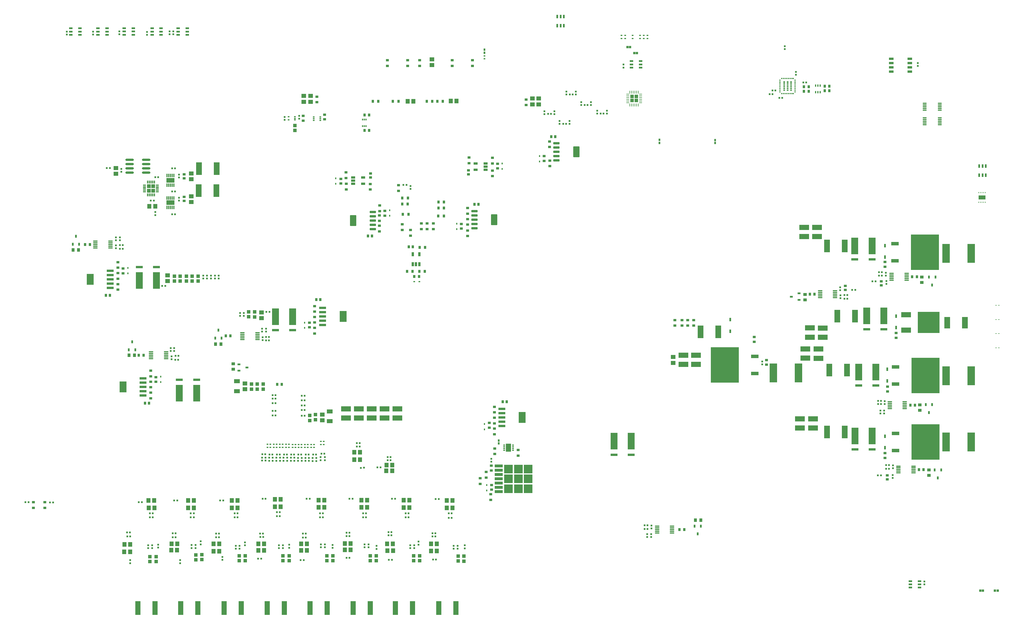
<source format=gbp>
G04*
G04 #@! TF.GenerationSoftware,Altium Limited,Altium Designer,20.0.13 (296)*
G04*
G04 Layer_Color=128*
%FSLAX25Y25*%
%MOIN*%
G70*
G01*
G75*
%ADD35R,0.03150X0.03740*%
%ADD37R,0.03937X0.04134*%
%ADD43R,0.02441X0.02598*%
%ADD51R,0.02165X0.01772*%
%ADD53R,0.02362X0.01378*%
%ADD59R,0.02323X0.02441*%
%ADD74R,0.02441X0.02323*%
%ADD75R,0.02165X0.02362*%
%ADD76R,0.02362X0.02165*%
%ADD81R,0.03543X0.02756*%
%ADD85R,0.03740X0.03150*%
%ADD88R,0.03740X0.02362*%
%ADD89R,0.02953X0.03543*%
%ADD98R,0.05512X0.04528*%
%ADD101R,0.03543X0.02953*%
%ADD105R,0.03937X0.03543*%
%ADD107R,0.00100X0.00100*%
%ADD108R,0.06000X0.16000*%
%ADD109R,0.02756X0.03543*%
%ADD113R,0.04528X0.05512*%
%ADD115R,0.03543X0.03937*%
%ADD116R,0.02362X0.03740*%
%ADD204R,0.08268X0.19488*%
%ADD205R,0.08268X0.03150*%
%ADD206O,0.05315X0.01181*%
%ADD207R,0.02362X0.01575*%
%ADD208R,0.32677X0.41732*%
%ADD209R,0.08661X0.04134*%
%ADD210R,0.11811X0.06496*%
%ADD211R,0.09055X0.22047*%
%ADD212R,0.02365X0.04375*%
%ADD213R,0.08465X0.04961*%
%ADD214R,0.00984X0.01575*%
%ADD215R,0.01417X0.00984*%
%ADD216R,0.09252X0.03543*%
%ADD219O,0.03740X0.00984*%
%ADD220O,0.00984X0.03740*%
%ADD222R,0.01181X0.01772*%
%ADD223R,0.01772X0.01181*%
%ADD224R,0.02559X0.02953*%
%ADD225R,0.05709X0.02559*%
%ADD226R,0.06890X0.14567*%
%ADD227R,0.03937X0.01968*%
G04:AMPARAMS|DCode=228|XSize=11.81mil|YSize=53.15mil|CornerRadius=1.95mil|HoleSize=0mil|Usage=FLASHONLY|Rotation=270.000|XOffset=0mil|YOffset=0mil|HoleType=Round|Shape=RoundedRectangle|*
%AMROUNDEDRECTD228*
21,1,0.01181,0.04925,0,0,270.0*
21,1,0.00791,0.05315,0,0,270.0*
1,1,0.00390,-0.02463,-0.00396*
1,1,0.00390,-0.02463,0.00396*
1,1,0.00390,0.02463,0.00396*
1,1,0.00390,0.02463,-0.00396*
%
%ADD228ROUNDEDRECTD228*%
%ADD229R,0.01968X0.03937*%
%ADD230R,0.01378X0.02362*%
G04:AMPARAMS|DCode=231|XSize=25.59mil|YSize=47.24mil|CornerRadius=1.92mil|HoleSize=0mil|Usage=FLASHONLY|Rotation=270.000|XOffset=0mil|YOffset=0mil|HoleType=Round|Shape=RoundedRectangle|*
%AMROUNDEDRECTD231*
21,1,0.02559,0.04341,0,0,270.0*
21,1,0.02175,0.04724,0,0,270.0*
1,1,0.00384,-0.02170,-0.01088*
1,1,0.00384,-0.02170,0.01088*
1,1,0.00384,0.02170,0.01088*
1,1,0.00384,0.02170,-0.01088*
%
%ADD231ROUNDEDRECTD231*%
G04:AMPARAMS|DCode=232|XSize=124.02mil|YSize=70.87mil|CornerRadius=2.13mil|HoleSize=0mil|Usage=FLASHONLY|Rotation=90.000|XOffset=0mil|YOffset=0mil|HoleType=Round|Shape=RoundedRectangle|*
%AMROUNDEDRECTD232*
21,1,0.12402,0.06661,0,0,90.0*
21,1,0.11976,0.07087,0,0,90.0*
1,1,0.00425,0.03331,0.05988*
1,1,0.00425,0.03331,-0.05988*
1,1,0.00425,-0.03331,-0.05988*
1,1,0.00425,-0.03331,0.05988*
%
%ADD232ROUNDEDRECTD232*%
G04:AMPARAMS|DCode=233|XSize=23.62mil|YSize=70.87mil|CornerRadius=2.01mil|HoleSize=0mil|Usage=FLASHONLY|Rotation=90.000|XOffset=0mil|YOffset=0mil|HoleType=Round|Shape=RoundedRectangle|*
%AMROUNDEDRECTD233*
21,1,0.02362,0.06685,0,0,90.0*
21,1,0.01961,0.07087,0,0,90.0*
1,1,0.00402,0.03343,0.00980*
1,1,0.00402,0.03343,-0.00980*
1,1,0.00402,-0.03343,-0.00980*
1,1,0.00402,-0.03343,0.00980*
%
%ADD233ROUNDEDRECTD233*%
%ADD234R,0.01575X0.02165*%
G04:AMPARAMS|DCode=235|XSize=23.62mil|YSize=82.68mil|CornerRadius=2.01mil|HoleSize=0mil|Usage=FLASHONLY|Rotation=90.000|XOffset=0mil|YOffset=0mil|HoleType=Round|Shape=RoundedRectangle|*
%AMROUNDEDRECTD235*
21,1,0.02362,0.07866,0,0,90.0*
21,1,0.01961,0.08268,0,0,90.0*
1,1,0.00402,0.03933,0.00980*
1,1,0.00402,0.03933,-0.00980*
1,1,0.00402,-0.03933,-0.00980*
1,1,0.00402,-0.03933,0.00980*
%
%ADD235ROUNDEDRECTD235*%
G04:AMPARAMS|DCode=236|XSize=125.98mil|YSize=82.68mil|CornerRadius=2.07mil|HoleSize=0mil|Usage=FLASHONLY|Rotation=90.000|XOffset=0mil|YOffset=0mil|HoleType=Round|Shape=RoundedRectangle|*
%AMROUNDEDRECTD236*
21,1,0.12598,0.07854,0,0,90.0*
21,1,0.12185,0.08268,0,0,90.0*
1,1,0.00413,0.03927,0.06093*
1,1,0.00413,0.03927,-0.06093*
1,1,0.00413,-0.03927,-0.06093*
1,1,0.00413,-0.03927,0.06093*
%
%ADD236ROUNDEDRECTD236*%
%ADD237R,0.06378X0.09370*%
%ADD238R,0.02165X0.01378*%
%ADD239R,0.03937X0.04331*%
%ADD240R,0.02165X0.01575*%
%ADD241R,0.01772X0.02953*%
%ADD242O,0.09843X0.02756*%
%ADD243R,0.01181X0.03562*%
%ADD244R,0.03562X0.01181*%
%ADD246R,0.09370X0.05827*%
%ADD247R,0.01378X0.03937*%
%ADD248R,0.11417X0.05906*%
%ADD249R,0.25591X0.24803*%
%ADD250R,0.07008X0.13780*%
%ADD251R,0.08465X0.12598*%
%ADD252R,0.08465X0.02756*%
G04:AMPARAMS|DCode=253|XSize=25.59mil|YSize=47.24mil|CornerRadius=1.92mil|HoleSize=0mil|Usage=FLASHONLY|Rotation=0.000|XOffset=0mil|YOffset=0mil|HoleType=Round|Shape=RoundedRectangle|*
%AMROUNDEDRECTD253*
21,1,0.02559,0.04341,0,0,0.0*
21,1,0.02175,0.04724,0,0,0.0*
1,1,0.00384,0.01088,-0.02170*
1,1,0.00384,-0.01088,-0.02170*
1,1,0.00384,-0.01088,0.02170*
1,1,0.00384,0.01088,0.02170*
%
%ADD253ROUNDEDRECTD253*%
%ADD254R,0.06890X0.04528*%
%ADD259R,0.10354X0.10354*%
%ADD260R,0.04252X0.04252*%
%ADD261R,0.02362X0.01181*%
G36*
X159234Y598205D02*
Y593874D01*
X154903D01*
Y598205D01*
X159234D01*
D02*
G37*
G36*
Y603323D02*
Y598992D01*
X154903D01*
Y603323D01*
X159234D01*
D02*
G37*
G36*
X164352Y598205D02*
Y593874D01*
X160022D01*
Y598205D01*
X164352D01*
D02*
G37*
G36*
Y603323D02*
Y598992D01*
X160022D01*
Y603323D01*
X164352D01*
D02*
G37*
D35*
X495323Y575761D02*
D03*
X501819Y575760D02*
D03*
X488106Y700382D02*
D03*
X481610D02*
D03*
X418508Y700410D02*
D03*
X425006D02*
D03*
X442012D02*
D03*
X448508D02*
D03*
X493985Y700382D02*
D03*
X500481D02*
D03*
X472903Y501861D02*
D03*
X479399D02*
D03*
X465096Y501839D02*
D03*
X458600D02*
D03*
X473186Y529816D02*
D03*
X479682D02*
D03*
X501559Y566480D02*
D03*
X495063Y566482D02*
D03*
X501819Y582704D02*
D03*
X495323D02*
D03*
X453050Y587356D02*
D03*
X459546D02*
D03*
X452881Y580368D02*
D03*
X459377D02*
D03*
X453738Y568463D02*
D03*
X460234D02*
D03*
D37*
X327677Y666327D02*
D03*
Y672233D02*
D03*
X214608Y496232D02*
D03*
Y490327D02*
D03*
X207718Y496232D02*
D03*
X207717Y490327D02*
D03*
X200825Y496232D02*
D03*
X200826Y490327D02*
D03*
X193722Y496232D02*
D03*
X193723Y490327D02*
D03*
X186832Y496232D02*
D03*
Y490327D02*
D03*
X273806Y448651D02*
D03*
X273807Y454556D02*
D03*
X280574Y448341D02*
D03*
X280572Y454247D02*
D03*
X276913Y370064D02*
D03*
X276913Y364159D02*
D03*
X290697Y370064D02*
D03*
X290693Y364159D02*
D03*
X283804Y370064D02*
D03*
X283803Y364159D02*
D03*
X345078Y327466D02*
D03*
X345075Y333370D02*
D03*
X351701Y328449D02*
D03*
X351699Y334354D02*
D03*
D43*
X549000Y760599D02*
D03*
Y757135D02*
D03*
X818321Y655219D02*
D03*
Y651755D02*
D03*
X753352Y655260D02*
D03*
Y651792D02*
D03*
X565772Y300607D02*
D03*
X565772Y304071D02*
D03*
D51*
X739361Y773900D02*
D03*
Y777443D02*
D03*
X735021Y773900D02*
D03*
Y777443D02*
D03*
X730709Y773900D02*
D03*
Y777443D02*
D03*
X722047Y773900D02*
D03*
Y777443D02*
D03*
X713462Y773900D02*
D03*
Y777443D02*
D03*
X709055Y773900D02*
D03*
Y777443D02*
D03*
X549000Y749968D02*
D03*
Y753512D02*
D03*
X361401Y302969D02*
D03*
Y299426D02*
D03*
X357840Y302969D02*
D03*
Y299426D02*
D03*
X349913Y299523D02*
D03*
Y295979D02*
D03*
X346527Y299523D02*
D03*
Y295979D02*
D03*
X320696Y299617D02*
D03*
X320696Y296074D02*
D03*
X317310Y299617D02*
D03*
X317310Y296074D02*
D03*
X310070Y299617D02*
D03*
Y296074D02*
D03*
X313456Y299617D02*
D03*
X313456Y296074D02*
D03*
X298975Y296105D02*
D03*
Y299649D02*
D03*
X295590Y296096D02*
D03*
Y299639D02*
D03*
X342672Y299523D02*
D03*
X342672Y295979D02*
D03*
X339286Y299523D02*
D03*
Y295979D02*
D03*
X335432Y299523D02*
D03*
X335432Y295979D02*
D03*
X332046Y299523D02*
D03*
X332046Y295979D02*
D03*
X324846Y299523D02*
D03*
X324846Y295979D02*
D03*
X328192Y299523D02*
D03*
X328192Y295979D02*
D03*
X306216Y299617D02*
D03*
X306216Y296074D02*
D03*
X302830Y299617D02*
D03*
X302830Y296074D02*
D03*
D53*
X357224Y682151D02*
D03*
Y680183D02*
D03*
Y678214D02*
D03*
X349744D02*
D03*
X349744Y680183D02*
D03*
Y682150D02*
D03*
D59*
X16537Y232017D02*
D03*
X12954Y232016D02*
D03*
X111598Y622409D02*
D03*
X108015D02*
D03*
X427663Y272844D02*
D03*
X424081Y272843D02*
D03*
X1005534Y490106D02*
D03*
X1001951D02*
D03*
X488828Y165114D02*
D03*
X492410D02*
D03*
X492076Y235578D02*
D03*
X495659D02*
D03*
X437464Y164788D02*
D03*
X441047D02*
D03*
X440910Y236161D02*
D03*
X444493D02*
D03*
X387900Y166998D02*
D03*
X391482D02*
D03*
X391388Y236161D02*
D03*
X394970D02*
D03*
X334449Y164523D02*
D03*
X338032D02*
D03*
X341346Y236161D02*
D03*
X344928D02*
D03*
X284640Y166034D02*
D03*
X288223D02*
D03*
X289833Y236161D02*
D03*
X293415D02*
D03*
X240430Y234059D02*
D03*
X244013D02*
D03*
X186680D02*
D03*
X190263D02*
D03*
X1008359Y263390D02*
D03*
X1011942Y263391D02*
D03*
X981941Y480059D02*
D03*
X978358Y480058D02*
D03*
X45181Y231729D02*
D03*
X41597D02*
D03*
X148842Y232061D02*
D03*
X145259Y232063D02*
D03*
X294465Y454515D02*
D03*
X298048D02*
D03*
X176318Y484617D02*
D03*
X172736D02*
D03*
X408224Y272240D02*
D03*
X404641Y272239D02*
D03*
X454436Y602578D02*
D03*
X458018D02*
D03*
D74*
X164492Y571007D02*
D03*
Y567424D02*
D03*
X525871Y181637D02*
D03*
Y178055D02*
D03*
X471854Y185947D02*
D03*
X471854Y182364D02*
D03*
X371804Y182181D02*
D03*
Y178599D02*
D03*
X423110Y181058D02*
D03*
X423112Y177475D02*
D03*
X320984Y182297D02*
D03*
X320984Y178714D02*
D03*
X269197Y185176D02*
D03*
X269197Y181593D02*
D03*
X217730Y182889D02*
D03*
X217728Y186472D02*
D03*
X167976Y182568D02*
D03*
X167975Y178985D02*
D03*
X242884Y164609D02*
D03*
Y168192D02*
D03*
X193630Y160898D02*
D03*
Y164480D02*
D03*
X135165D02*
D03*
Y160898D02*
D03*
X362665Y281134D02*
D03*
X362666Y284717D02*
D03*
X357531D02*
D03*
Y281134D02*
D03*
X348399Y283815D02*
D03*
Y280232D02*
D03*
X352571D02*
D03*
X352573Y283815D02*
D03*
X339850Y283837D02*
D03*
Y280254D02*
D03*
X331417Y283856D02*
D03*
X331417Y280273D02*
D03*
X322853Y283919D02*
D03*
X322853Y280336D02*
D03*
X314456Y283919D02*
D03*
Y280336D02*
D03*
X318631Y280336D02*
D03*
Y283919D02*
D03*
X306025Y284003D02*
D03*
Y280420D02*
D03*
X310199Y280420D02*
D03*
X310199Y284003D02*
D03*
X297614Y283958D02*
D03*
X297614Y280376D02*
D03*
X293369Y284207D02*
D03*
Y280624D02*
D03*
X289194Y280624D02*
D03*
Y284207D02*
D03*
X301789Y283958D02*
D03*
X301789Y280375D02*
D03*
X344024Y280254D02*
D03*
X344024Y283837D02*
D03*
X335591Y280273D02*
D03*
Y283855D02*
D03*
X327027Y280336D02*
D03*
X327027Y283919D02*
D03*
D75*
X655823Y711740D02*
D03*
Y708394D02*
D03*
X644563Y711740D02*
D03*
Y708394D02*
D03*
X673465Y699468D02*
D03*
Y696121D02*
D03*
X661891Y699495D02*
D03*
Y696148D02*
D03*
X680685Y689539D02*
D03*
Y686193D02*
D03*
X691896Y689539D02*
D03*
Y686193D02*
D03*
X619106Y688898D02*
D03*
Y685552D02*
D03*
X630680Y688898D02*
D03*
Y685552D02*
D03*
X636668Y677358D02*
D03*
Y674012D02*
D03*
X648243Y677358D02*
D03*
Y674012D02*
D03*
X61386Y781718D02*
D03*
Y778371D02*
D03*
X556876Y282724D02*
D03*
Y279378D02*
D03*
X517583Y177681D02*
D03*
Y181028D02*
D03*
X512972Y177681D02*
D03*
Y181028D02*
D03*
X466917Y178399D02*
D03*
X466917Y181746D02*
D03*
X462388Y178413D02*
D03*
X462390Y181759D02*
D03*
X408878Y179303D02*
D03*
X408878Y182650D02*
D03*
X413619Y179303D02*
D03*
Y182650D02*
D03*
X357890Y179351D02*
D03*
X357890Y182698D02*
D03*
X362631Y179321D02*
D03*
X362630Y182668D02*
D03*
X313687Y178547D02*
D03*
X313689Y181894D02*
D03*
X309025Y178547D02*
D03*
X309024Y181894D02*
D03*
X258583Y177685D02*
D03*
Y181032D02*
D03*
X263110Y177685D02*
D03*
Y181032D02*
D03*
X160929Y181878D02*
D03*
X160927Y178532D02*
D03*
X156185Y181878D02*
D03*
X156186Y178532D02*
D03*
X1062673Y139279D02*
D03*
Y135934D02*
D03*
X739064Y191419D02*
D03*
Y194765D02*
D03*
X743593Y191403D02*
D03*
Y194749D02*
D03*
X744105Y204656D02*
D03*
Y201310D02*
D03*
X206952Y178567D02*
D03*
X206953Y181913D02*
D03*
X211544Y178567D02*
D03*
X211543Y181913D02*
D03*
X912753Y731415D02*
D03*
Y734761D02*
D03*
X1055156Y744923D02*
D03*
Y741577D02*
D03*
X711213Y739894D02*
D03*
Y743240D02*
D03*
X899677Y764636D02*
D03*
X899678Y761289D02*
D03*
X125038Y621389D02*
D03*
Y618042D02*
D03*
X192161Y614760D02*
D03*
Y611413D02*
D03*
Y587666D02*
D03*
Y584320D02*
D03*
X462527Y601401D02*
D03*
Y598054D02*
D03*
X1011182Y335637D02*
D03*
Y338983D02*
D03*
X1015809Y335637D02*
D03*
Y338983D02*
D03*
X1016270Y350157D02*
D03*
Y346811D02*
D03*
X964165Y483032D02*
D03*
X964163Y479684D02*
D03*
X964754Y470276D02*
D03*
Y473622D02*
D03*
X1018228Y487195D02*
D03*
Y490541D02*
D03*
X1017589Y500118D02*
D03*
Y496772D02*
D03*
X1025767Y260549D02*
D03*
Y263896D02*
D03*
X1025931Y274923D02*
D03*
Y271577D02*
D03*
X332519Y683394D02*
D03*
Y680048D02*
D03*
X873474Y396289D02*
D03*
Y392943D02*
D03*
X315571Y682028D02*
D03*
Y678682D02*
D03*
X238785Y496588D02*
D03*
X238785Y493241D02*
D03*
X234178Y496588D02*
D03*
Y493241D02*
D03*
X229650Y496588D02*
D03*
Y493241D02*
D03*
X225121Y496588D02*
D03*
Y493241D02*
D03*
X220593Y496588D02*
D03*
Y493241D02*
D03*
X118659Y538169D02*
D03*
Y541516D02*
D03*
X123188Y538111D02*
D03*
Y541457D02*
D03*
X118659Y531990D02*
D03*
Y528644D02*
D03*
X263730Y449653D02*
D03*
X263729Y452999D02*
D03*
X267936Y449586D02*
D03*
Y452932D02*
D03*
X293953Y434667D02*
D03*
Y431321D02*
D03*
X290010Y424688D02*
D03*
Y421342D02*
D03*
X289424Y431321D02*
D03*
Y434667D02*
D03*
X183608Y402470D02*
D03*
Y399123D02*
D03*
X182520Y408601D02*
D03*
Y411947D02*
D03*
X186510Y408591D02*
D03*
Y411937D02*
D03*
X181238Y778693D02*
D03*
Y782039D02*
D03*
X185768Y778653D02*
D03*
Y782000D02*
D03*
X155036Y778004D02*
D03*
Y781350D02*
D03*
X122673Y778693D02*
D03*
Y782039D02*
D03*
X92107Y778323D02*
D03*
Y781669D02*
D03*
D76*
X644249Y674012D02*
D03*
X640903D02*
D03*
X626512Y685581D02*
D03*
X623165D02*
D03*
X651870Y708393D02*
D03*
X648524D02*
D03*
X669379Y696148D02*
D03*
X666032D02*
D03*
X687953Y686193D02*
D03*
X684607D02*
D03*
X126633Y528016D02*
D03*
Y532545D02*
D03*
X297428Y421057D02*
D03*
X297455Y425142D02*
D03*
X403181Y297228D02*
D03*
X399834D02*
D03*
X403254Y300995D02*
D03*
X399908D02*
D03*
X736096Y200681D02*
D03*
X735928Y205210D02*
D03*
X361876Y288603D02*
D03*
X358530D02*
D03*
X352240Y287575D02*
D03*
X348893D02*
D03*
X343591Y287600D02*
D03*
X340245Y287600D02*
D03*
X335138Y287616D02*
D03*
X331792D02*
D03*
X326707Y287680D02*
D03*
X323361Y287680D02*
D03*
X318299Y287680D02*
D03*
X314952D02*
D03*
X309863Y287764D02*
D03*
X306517D02*
D03*
X301396Y287719D02*
D03*
X298049Y287719D02*
D03*
X289790Y287968D02*
D03*
X293136Y287968D02*
D03*
X510693Y219028D02*
D03*
X507346D02*
D03*
X488328Y195771D02*
D03*
X491674D02*
D03*
X510693Y213898D02*
D03*
X507346D02*
D03*
X488279Y191957D02*
D03*
X491625D02*
D03*
X436998Y197205D02*
D03*
X440345Y197204D02*
D03*
X460272Y218976D02*
D03*
X456925D02*
D03*
X460272Y214370D02*
D03*
X456925D02*
D03*
X436960Y193252D02*
D03*
X440306Y193251D02*
D03*
X388064Y196351D02*
D03*
X391410D02*
D03*
X410630Y219098D02*
D03*
X407283D02*
D03*
X387971Y192472D02*
D03*
X391318Y192471D02*
D03*
X410630Y214398D02*
D03*
X407283D02*
D03*
X360319Y219098D02*
D03*
X356972D02*
D03*
X337024Y195339D02*
D03*
X340370D02*
D03*
X360319Y214571D02*
D03*
X356972D02*
D03*
X337024Y190681D02*
D03*
X340370D02*
D03*
X310000Y220272D02*
D03*
X306653D02*
D03*
X287171Y191485D02*
D03*
X290517D02*
D03*
X287079Y195551D02*
D03*
X290425D02*
D03*
X310000Y215634D02*
D03*
X306653D02*
D03*
X235689Y191012D02*
D03*
X239035D02*
D03*
X235689Y195551D02*
D03*
X239035D02*
D03*
X260575Y214535D02*
D03*
X257228D02*
D03*
X260575Y219063D02*
D03*
X257228D02*
D03*
X131795Y196661D02*
D03*
X135142D02*
D03*
X131843Y192133D02*
D03*
X135189D02*
D03*
X161681Y219063D02*
D03*
X158335D02*
D03*
X161681Y214535D02*
D03*
X158335D02*
D03*
X439347Y284634D02*
D03*
X436000D02*
D03*
X439237Y280972D02*
D03*
X435890D02*
D03*
X739443Y200681D02*
D03*
X739274Y205210D02*
D03*
X185022Y191055D02*
D03*
X188369D02*
D03*
X209503Y214535D02*
D03*
X206157D02*
D03*
X209503Y219063D02*
D03*
X206157D02*
D03*
X185022Y195583D02*
D03*
X188369D02*
D03*
X921353Y722504D02*
D03*
X924699D02*
D03*
X885192Y713112D02*
D03*
X888539D02*
D03*
X885443Y708583D02*
D03*
X882097Y708583D02*
D03*
X893266Y704437D02*
D03*
X896613Y704438D02*
D03*
X184322Y594941D02*
D03*
X187668D02*
D03*
X184291Y568356D02*
D03*
X187637Y568358D02*
D03*
X184322Y622194D02*
D03*
X187668Y622193D02*
D03*
X969344Y469622D02*
D03*
X972691D02*
D03*
X1013110Y500581D02*
D03*
X1009764D02*
D03*
X1021304Y275529D02*
D03*
X1017957D02*
D03*
X969344Y474150D02*
D03*
X972691D02*
D03*
X1013110Y496585D02*
D03*
X1009764D02*
D03*
X1021304Y271000D02*
D03*
X1017957D02*
D03*
X294082Y421057D02*
D03*
X294109Y425142D02*
D03*
X123286Y528016D02*
D03*
Y532545D02*
D03*
X191472Y398449D02*
D03*
X188125D02*
D03*
X191512Y402983D02*
D03*
X188165D02*
D03*
X1008604Y350546D02*
D03*
X1011950D02*
D03*
X1008593Y346624D02*
D03*
X1011940D02*
D03*
X164521Y611655D02*
D03*
X167866D02*
D03*
X162831Y584347D02*
D03*
X159485D02*
D03*
X301787Y357038D02*
D03*
X305134Y357039D02*
D03*
X301548Y333293D02*
D03*
X304894Y333293D02*
D03*
X301579Y338606D02*
D03*
X304926Y338606D02*
D03*
X301711Y347614D02*
D03*
X305057Y347612D02*
D03*
X301787Y353131D02*
D03*
X305134Y353133D02*
D03*
X339102Y350994D02*
D03*
X335756Y350996D02*
D03*
X339102Y356345D02*
D03*
X335756Y356347D02*
D03*
X339024Y333034D02*
D03*
X335678Y333035D02*
D03*
X339055Y339776D02*
D03*
X335709Y339776D02*
D03*
X339055Y345043D02*
D03*
X335710Y345043D02*
D03*
D81*
X564235Y621909D02*
D03*
Y627421D02*
D03*
X127119Y505026D02*
D03*
Y499514D02*
D03*
X381306Y604268D02*
D03*
Y609780D02*
D03*
X1029624Y424193D02*
D03*
Y429703D02*
D03*
X362278Y684838D02*
D03*
X362279Y679325D02*
D03*
X556938Y269239D02*
D03*
Y274751D02*
D03*
X557230Y246693D02*
D03*
Y252205D02*
D03*
X618715Y636271D02*
D03*
Y630759D02*
D03*
X863997Y424912D02*
D03*
X863997Y419400D02*
D03*
X1016732Y507087D02*
D03*
Y512598D02*
D03*
X1019685Y361417D02*
D03*
X1019685Y366929D02*
D03*
X1016658Y283886D02*
D03*
X1016658Y289397D02*
D03*
X165445Y372676D02*
D03*
Y378188D02*
D03*
X554622Y324586D02*
D03*
Y319074D02*
D03*
X344590Y441867D02*
D03*
X344589Y436355D02*
D03*
X521887Y557172D02*
D03*
Y551660D02*
D03*
X878415Y398179D02*
D03*
Y392667D02*
D03*
X337241Y677801D02*
D03*
Y683313D02*
D03*
X432670Y566813D02*
D03*
Y572324D02*
D03*
D85*
X625079Y653461D02*
D03*
X625079Y646963D02*
D03*
X597723Y702437D02*
D03*
Y695941D02*
D03*
X353221Y705762D02*
D03*
Y699266D02*
D03*
X35695Y231976D02*
D03*
Y225480D02*
D03*
X22439Y231976D02*
D03*
Y225482D02*
D03*
X459221Y741760D02*
D03*
Y748256D02*
D03*
X771459Y444754D02*
D03*
Y438258D02*
D03*
X448812Y602241D02*
D03*
Y595744D02*
D03*
X561131Y288248D02*
D03*
X561132Y294743D02*
D03*
X550835Y260893D02*
D03*
Y267389D02*
D03*
X543944Y259973D02*
D03*
Y253477D02*
D03*
X556189Y234815D02*
D03*
Y241311D02*
D03*
X159373Y360017D02*
D03*
Y353521D02*
D03*
X120999Y486847D02*
D03*
Y480350D02*
D03*
X588370Y292956D02*
D03*
Y286461D02*
D03*
X625278Y631206D02*
D03*
X625280Y624709D02*
D03*
X534850Y748256D02*
D03*
Y741760D02*
D03*
X435598Y748256D02*
D03*
Y741760D02*
D03*
X793373Y444752D02*
D03*
Y438256D02*
D03*
X786482Y444752D02*
D03*
Y438256D02*
D03*
X473390Y748256D02*
D03*
Y741760D02*
D03*
X779591Y444752D02*
D03*
Y438256D02*
D03*
X511193Y748257D02*
D03*
X511194Y741760D02*
D03*
X426290Y554927D02*
D03*
Y548431D02*
D03*
X529436Y569120D02*
D03*
Y575616D02*
D03*
X350693Y441938D02*
D03*
Y448434D02*
D03*
X120999Y499644D02*
D03*
Y493148D02*
D03*
X159248Y372814D02*
D03*
Y366318D02*
D03*
X560521Y324213D02*
D03*
Y330709D02*
D03*
X159313Y379114D02*
D03*
Y385610D02*
D03*
X560521Y337009D02*
D03*
X560520Y343505D02*
D03*
X560521Y317913D02*
D03*
X560520Y311417D02*
D03*
X558405Y634244D02*
D03*
Y627750D02*
D03*
X558405Y619522D02*
D03*
Y613026D02*
D03*
X387587Y604016D02*
D03*
Y597520D02*
D03*
X387410Y610827D02*
D03*
Y617323D02*
D03*
X350809Y454735D02*
D03*
Y461231D02*
D03*
X350693Y435638D02*
D03*
Y429142D02*
D03*
X426415Y567134D02*
D03*
Y560638D02*
D03*
X529388Y556323D02*
D03*
Y562819D02*
D03*
X426524Y572132D02*
D03*
Y578626D02*
D03*
X529437Y549557D02*
D03*
Y543061D02*
D03*
X120999Y505944D02*
D03*
Y512440D02*
D03*
X531008Y634721D02*
D03*
X531008Y628225D02*
D03*
X415544Y603779D02*
D03*
Y597283D02*
D03*
X453053Y550123D02*
D03*
X453051Y556619D02*
D03*
X489248Y551090D02*
D03*
Y557587D02*
D03*
X482125Y551090D02*
D03*
Y557587D02*
D03*
X462590Y543472D02*
D03*
X462590Y549968D02*
D03*
X475234Y551099D02*
D03*
Y557595D02*
D03*
D88*
X907196Y472177D02*
D03*
X916448Y468437D02*
D03*
Y475918D02*
D03*
X271568Y389377D02*
D03*
X262315Y393117D02*
D03*
X262316Y385637D02*
D03*
D89*
X575044Y349361D02*
D03*
X570320D02*
D03*
X106880Y473906D02*
D03*
X111605D02*
D03*
X352688Y468631D02*
D03*
X357412Y468629D02*
D03*
X157442Y347893D02*
D03*
X152717D02*
D03*
X627075Y659142D02*
D03*
X631799D02*
D03*
X417745Y542996D02*
D03*
X413021D02*
D03*
X537410Y580005D02*
D03*
X542134D02*
D03*
X460500Y530407D02*
D03*
X465226D02*
D03*
D98*
X604911Y703594D02*
D03*
Y696902D02*
D03*
X612453Y703594D02*
D03*
Y696902D02*
D03*
X345972Y706575D02*
D03*
Y699882D02*
D03*
X337993Y706575D02*
D03*
Y699882D02*
D03*
X487563Y742838D02*
D03*
Y749532D02*
D03*
X769412Y394901D02*
D03*
X769413Y401594D02*
D03*
X118646Y615717D02*
D03*
X118645Y622409D02*
D03*
X206729Y609276D02*
D03*
Y615967D02*
D03*
X206728Y582835D02*
D03*
X206729Y589528D02*
D03*
X179155Y497031D02*
D03*
X179154Y490338D02*
D03*
X288630Y447181D02*
D03*
X288629Y453873D02*
D03*
X269211Y370742D02*
D03*
X269213Y364049D02*
D03*
X359591Y327803D02*
D03*
Y334496D02*
D03*
D101*
X198461Y610347D02*
D03*
Y615071D02*
D03*
Y583914D02*
D03*
Y588639D02*
D03*
X970358Y484842D02*
D03*
X970360Y480122D02*
D03*
X1012390Y485425D02*
D03*
Y490146D02*
D03*
X1019362Y258760D02*
D03*
Y263484D02*
D03*
X530244Y615116D02*
D03*
Y619840D02*
D03*
X416132Y616083D02*
D03*
Y611358D02*
D03*
D105*
X923240Y468516D02*
D03*
Y474815D02*
D03*
X1067982Y263281D02*
D03*
X1067983Y269580D02*
D03*
X1059614Y488787D02*
D03*
X1059614Y495086D02*
D03*
X1057309Y345853D02*
D03*
Y339554D02*
D03*
X255524Y393687D02*
D03*
Y387387D02*
D03*
D107*
X159628Y598598D02*
D03*
D108*
X495652Y108268D02*
D03*
X515652D02*
D03*
X445034D02*
D03*
X465034D02*
D03*
X395564D02*
D03*
X415564D02*
D03*
X345178D02*
D03*
X365178D02*
D03*
X295166D02*
D03*
X315166D02*
D03*
X245134D02*
D03*
X265135D02*
D03*
X194193D02*
D03*
X214193D02*
D03*
X144363D02*
D03*
X164363D02*
D03*
D109*
X246878Y426530D02*
D03*
X252390D02*
D03*
X928949Y475051D02*
D03*
X934460D02*
D03*
X946290Y717984D02*
D03*
X951801Y717984D02*
D03*
X472628Y495645D02*
D03*
X467116D02*
D03*
X776777Y200130D02*
D03*
X782289D02*
D03*
X946290Y712668D02*
D03*
X951801Y712668D02*
D03*
X922035Y717570D02*
D03*
X927547D02*
D03*
X927547Y712058D02*
D03*
X922035D02*
D03*
X1051674Y345397D02*
D03*
X1046162D02*
D03*
X1053905Y495422D02*
D03*
X1048393D02*
D03*
X1061760Y270163D02*
D03*
X1056248D02*
D03*
X408866Y666410D02*
D03*
X414378D02*
D03*
X408866Y684383D02*
D03*
X414378Y684382D02*
D03*
X306826Y369886D02*
D03*
X312338D02*
D03*
X82797Y533067D02*
D03*
X88309D02*
D03*
X145355Y403784D02*
D03*
X150867D02*
D03*
D113*
X434488Y268878D02*
D03*
X441181D02*
D03*
X434604Y275354D02*
D03*
X441297D02*
D03*
X403559Y281840D02*
D03*
X396866D02*
D03*
X403559Y290518D02*
D03*
X396866D02*
D03*
X511661Y233988D02*
D03*
X504968D02*
D03*
X511661Y225524D02*
D03*
X504968D02*
D03*
X486657Y183417D02*
D03*
X493350D02*
D03*
X486657Y174937D02*
D03*
X493350D02*
D03*
X461390Y225850D02*
D03*
X454697D02*
D03*
X435280Y183429D02*
D03*
X441972D02*
D03*
X435502Y175386D02*
D03*
X442195Y175385D02*
D03*
X461390Y234315D02*
D03*
X454697D02*
D03*
X385961Y176347D02*
D03*
X392653Y176347D02*
D03*
X412028Y225972D02*
D03*
X405335D02*
D03*
X412028Y234437D02*
D03*
X405335D02*
D03*
X385961Y183736D02*
D03*
X392653D02*
D03*
X334972Y175776D02*
D03*
X341665D02*
D03*
X361858Y234437D02*
D03*
X355165D02*
D03*
X334980Y183492D02*
D03*
X341673D02*
D03*
X362075Y225972D02*
D03*
X355382D02*
D03*
X311074Y226827D02*
D03*
X304381D02*
D03*
X311074Y235295D02*
D03*
X304381D02*
D03*
X285130Y183496D02*
D03*
X291823D02*
D03*
X285130Y175779D02*
D03*
X291823Y175778D02*
D03*
X232720Y183346D02*
D03*
X239413D02*
D03*
X260547Y234028D02*
D03*
X253854D02*
D03*
X232720Y174882D02*
D03*
X239413D02*
D03*
X260673Y225563D02*
D03*
X253980D02*
D03*
X128472Y174134D02*
D03*
X135165D02*
D03*
X128557Y182602D02*
D03*
X135249Y182601D02*
D03*
X163610Y225563D02*
D03*
X156917D02*
D03*
X163488Y234028D02*
D03*
X156795D02*
D03*
X209646D02*
D03*
X202953D02*
D03*
X183543Y183346D02*
D03*
X190236D02*
D03*
X209646Y225563D02*
D03*
X202953D02*
D03*
X183330Y175932D02*
D03*
X190023D02*
D03*
X466110Y700410D02*
D03*
X459417D02*
D03*
X516232Y700622D02*
D03*
X509540D02*
D03*
X157800Y577630D02*
D03*
X164492D02*
D03*
D115*
X795387Y210964D02*
D03*
X801687D02*
D03*
X68673Y526589D02*
D03*
X74974D02*
D03*
X235142Y416890D02*
D03*
X241441D02*
D03*
X133878Y403666D02*
D03*
X140177D02*
D03*
D116*
X1071817Y485819D02*
D03*
X1075547Y495071D02*
D03*
X1068077D02*
D03*
X794217Y204159D02*
D03*
X801697D02*
D03*
X797957Y194907D02*
D03*
X1074728Y269682D02*
D03*
X1082210Y269681D02*
D03*
X1078470Y260430D02*
D03*
X1068002Y336684D02*
D03*
X1071742Y345936D02*
D03*
X1064262D02*
D03*
X72067Y542633D02*
D03*
X68328Y533381D02*
D03*
X75808D02*
D03*
X238289Y432935D02*
D03*
X234549Y423683D02*
D03*
X242029D02*
D03*
X137520Y419253D02*
D03*
X133779Y410001D02*
D03*
X141260D02*
D03*
D204*
X720399Y303242D02*
D03*
X700266D02*
D03*
X145963Y491121D02*
D03*
X166096D02*
D03*
X1006045Y384191D02*
D03*
X985911D02*
D03*
X212830Y359327D02*
D03*
X192696D02*
D03*
X304865Y448774D02*
D03*
X324999D02*
D03*
X981388Y531419D02*
D03*
X1001522D02*
D03*
X981638Y309514D02*
D03*
X1001772D02*
D03*
X995300Y449850D02*
D03*
X1015434D02*
D03*
D205*
X700266Y287494D02*
D03*
X720399D02*
D03*
X166096Y506869D02*
D03*
X145963D02*
D03*
X985911Y368443D02*
D03*
X1006045D02*
D03*
X192696Y375075D02*
D03*
X212830D02*
D03*
X324999Y433026D02*
D03*
X304865D02*
D03*
X1001522Y515671D02*
D03*
X981388D02*
D03*
X1001772Y293766D02*
D03*
X981638D02*
D03*
X1015434Y434102D02*
D03*
X995300D02*
D03*
D206*
X1063059Y673033D02*
D03*
Y675001D02*
D03*
Y676970D02*
D03*
Y678938D02*
D03*
Y680907D02*
D03*
X1080579Y673033D02*
D03*
Y675001D02*
D03*
Y676970D02*
D03*
Y678938D02*
D03*
Y680907D02*
D03*
X1063059Y690177D02*
D03*
Y692146D02*
D03*
Y694114D02*
D03*
Y696083D02*
D03*
Y698051D02*
D03*
X1080579Y690177D02*
D03*
Y692146D02*
D03*
Y694114D02*
D03*
Y696083D02*
D03*
Y698051D02*
D03*
D207*
X320395Y682538D02*
D03*
Y678601D02*
D03*
X327677D02*
D03*
X327678Y680569D02*
D03*
Y682538D02*
D03*
D208*
X1063933Y380170D02*
D03*
X829558Y392570D02*
D03*
X1063274Y524018D02*
D03*
X1063933Y302476D02*
D03*
D209*
X1028894Y390170D02*
D03*
Y370170D02*
D03*
X864597Y382570D02*
D03*
Y402570D02*
D03*
X1028234Y534018D02*
D03*
Y514018D02*
D03*
X1028894Y312476D02*
D03*
Y292476D02*
D03*
D210*
X922408Y553221D02*
D03*
Y542394D02*
D03*
X923736Y411102D02*
D03*
Y400276D02*
D03*
X917439Y329449D02*
D03*
Y318622D02*
D03*
X781252Y392996D02*
D03*
Y403823D02*
D03*
X417361Y330365D02*
D03*
Y341192D02*
D03*
X447316Y330365D02*
D03*
Y341192D02*
D03*
X937467Y553177D02*
D03*
Y542350D02*
D03*
X938854Y411008D02*
D03*
Y400181D02*
D03*
X932556Y329449D02*
D03*
Y318622D02*
D03*
X387406Y330365D02*
D03*
Y341192D02*
D03*
X402384Y330365D02*
D03*
Y341192D02*
D03*
X796122Y392996D02*
D03*
Y403823D02*
D03*
X432339Y330365D02*
D03*
Y341192D02*
D03*
X928855Y435644D02*
D03*
Y424818D02*
D03*
X943950Y435527D02*
D03*
Y424700D02*
D03*
D211*
X915601Y383131D02*
D03*
X886467D02*
D03*
X1088130Y302330D02*
D03*
X1117264D02*
D03*
X1088130Y522803D02*
D03*
X1117264D02*
D03*
Y379780D02*
D03*
X1088130D02*
D03*
D212*
X1016658Y309234D02*
D03*
Y295651D02*
D03*
X1019232Y387356D02*
D03*
Y373773D02*
D03*
X1029600Y435907D02*
D03*
Y449489D02*
D03*
X1016658Y531903D02*
D03*
Y518320D02*
D03*
X836024Y431870D02*
D03*
Y445453D02*
D03*
D213*
X1130009Y588089D02*
D03*
D214*
X1133947Y593798D02*
D03*
X1131976D02*
D03*
X1130009D02*
D03*
X1128039D02*
D03*
X1126072D02*
D03*
Y582381D02*
D03*
X1128041D02*
D03*
X1130008D02*
D03*
X1131978D02*
D03*
X1133945D02*
D03*
D215*
X1146410Y462002D02*
D03*
X1149717D02*
D03*
Y445466D02*
D03*
X1146410D02*
D03*
X1149717Y428931D02*
D03*
X1146410D02*
D03*
X1149717Y412395D02*
D03*
X1146410D02*
D03*
D216*
X565813Y244434D02*
D03*
Y249434D02*
D03*
Y254434D02*
D03*
Y259435D02*
D03*
Y264435D02*
D03*
Y269434D02*
D03*
Y274434D02*
D03*
D219*
X731224Y698778D02*
D03*
Y700747D02*
D03*
Y702715D02*
D03*
Y704684D02*
D03*
Y706652D02*
D03*
Y708621D02*
D03*
X716264D02*
D03*
Y706652D02*
D03*
Y704684D02*
D03*
Y702715D02*
D03*
Y700747D02*
D03*
Y698778D02*
D03*
D220*
X728665Y711180D02*
D03*
X726697D02*
D03*
X724728D02*
D03*
X722760D02*
D03*
X720791D02*
D03*
X718823D02*
D03*
Y696219D02*
D03*
X720791D02*
D03*
X722760D02*
D03*
X724728D02*
D03*
X726697D02*
D03*
X728665D02*
D03*
D222*
X896016Y709547D02*
D03*
X897984D02*
D03*
X899953D02*
D03*
X901921D02*
D03*
X903890D02*
D03*
X905858D02*
D03*
X907827D02*
D03*
X909795D02*
D03*
Y727067D02*
D03*
X907827D02*
D03*
X905858D02*
D03*
X903890D02*
D03*
X901921D02*
D03*
X899953D02*
D03*
X897984D02*
D03*
X896016D02*
D03*
D223*
X911665Y711417D02*
D03*
Y713386D02*
D03*
Y715354D02*
D03*
Y717323D02*
D03*
Y719291D02*
D03*
Y721260D02*
D03*
Y723228D02*
D03*
Y725197D02*
D03*
X894146D02*
D03*
Y723228D02*
D03*
Y721260D02*
D03*
Y719291D02*
D03*
Y717323D02*
D03*
Y715354D02*
D03*
Y713386D02*
D03*
Y711417D02*
D03*
D224*
X727103Y756827D02*
D03*
X723953D02*
D03*
X1148174Y128807D02*
D03*
X1145025D02*
D03*
X1127964D02*
D03*
X1131114D02*
D03*
X715893Y763823D02*
D03*
X719043Y763824D02*
D03*
D225*
X1024103Y734923D02*
D03*
Y739923D02*
D03*
Y744923D02*
D03*
Y749923D02*
D03*
X1045560Y734923D02*
D03*
Y739923D02*
D03*
Y744923D02*
D03*
Y749923D02*
D03*
D226*
X969677Y531355D02*
D03*
X949008D02*
D03*
X969530Y314233D02*
D03*
X948860D02*
D03*
X822010Y430924D02*
D03*
X801341D02*
D03*
X236028Y595943D02*
D03*
X215358D02*
D03*
X236297Y621870D02*
D03*
X215628D02*
D03*
X961115Y449335D02*
D03*
X981785D02*
D03*
X972285Y386350D02*
D03*
X951615D02*
D03*
D227*
X1046263Y132363D02*
D03*
Y136103D02*
D03*
Y139843D02*
D03*
X1056893D02*
D03*
Y136103D02*
D03*
Y132363D02*
D03*
X65952Y785626D02*
D03*
Y781886D02*
D03*
Y778146D02*
D03*
X76581Y778146D02*
D03*
Y781886D02*
D03*
Y785626D02*
D03*
X108450Y785641D02*
D03*
Y781901D02*
D03*
Y778161D02*
D03*
X97821D02*
D03*
Y781901D02*
D03*
Y785641D02*
D03*
X139116Y785652D02*
D03*
Y781912D02*
D03*
Y778172D02*
D03*
X128486Y778173D02*
D03*
Y781912D02*
D03*
Y785653D02*
D03*
X171470Y785634D02*
D03*
Y781894D02*
D03*
Y778154D02*
D03*
X160840D02*
D03*
Y781894D02*
D03*
Y785634D02*
D03*
X201953D02*
D03*
Y781894D02*
D03*
Y778154D02*
D03*
X191323D02*
D03*
Y781894D02*
D03*
Y785634D02*
D03*
X731244Y747244D02*
D03*
Y743504D02*
D03*
Y739764D02*
D03*
X720614D02*
D03*
Y743504D02*
D03*
Y747244D02*
D03*
D228*
X940858Y478986D02*
D03*
Y477017D02*
D03*
Y475049D02*
D03*
Y473080D02*
D03*
X958378Y478986D02*
D03*
Y477017D02*
D03*
Y475049D02*
D03*
Y473080D02*
D03*
X940858Y471112D02*
D03*
X958378D02*
D03*
X1041994Y491406D02*
D03*
Y493375D02*
D03*
Y495343D02*
D03*
Y497312D02*
D03*
X1024475Y491406D02*
D03*
Y493375D02*
D03*
Y495343D02*
D03*
Y497312D02*
D03*
X1041994Y499280D02*
D03*
X1024475D02*
D03*
X750578Y204069D02*
D03*
X768098D02*
D03*
X750578Y202100D02*
D03*
Y200132D02*
D03*
Y198163D02*
D03*
Y196195D02*
D03*
X768098Y202100D02*
D03*
Y200130D02*
D03*
Y198163D02*
D03*
Y196195D02*
D03*
X1039727Y341460D02*
D03*
Y343429D02*
D03*
Y345397D02*
D03*
Y347366D02*
D03*
X1022207Y341460D02*
D03*
Y343429D02*
D03*
Y345397D02*
D03*
Y347366D02*
D03*
X1039727Y349335D02*
D03*
X1022207D02*
D03*
X1049849Y266344D02*
D03*
Y268313D02*
D03*
Y270282D02*
D03*
Y272250D02*
D03*
X1032330Y266344D02*
D03*
Y268313D02*
D03*
Y270282D02*
D03*
Y272250D02*
D03*
X1049850Y274220D02*
D03*
X1032330Y274219D02*
D03*
X112261Y529134D02*
D03*
X94741D02*
D03*
X112261Y531102D02*
D03*
Y533071D02*
D03*
Y535039D02*
D03*
Y537008D02*
D03*
X94741Y531102D02*
D03*
Y533071D02*
D03*
Y535039D02*
D03*
Y537008D02*
D03*
X283914Y422184D02*
D03*
X266394D02*
D03*
X283914Y424153D02*
D03*
Y426121D02*
D03*
Y428090D02*
D03*
Y430058D02*
D03*
X266394Y424153D02*
D03*
Y426121D02*
D03*
Y428090D02*
D03*
Y430058D02*
D03*
X159690Y407619D02*
D03*
Y405651D02*
D03*
Y403682D02*
D03*
Y401714D02*
D03*
X177209Y407619D02*
D03*
Y405651D02*
D03*
Y403682D02*
D03*
Y401714D02*
D03*
X159690Y399745D02*
D03*
X177209D02*
D03*
D229*
X641622Y788711D02*
D03*
X637882D02*
D03*
X634143D02*
D03*
X634142Y799341D02*
D03*
X637882D02*
D03*
X641622D02*
D03*
X1134237Y624692D02*
D03*
X1130496D02*
D03*
X1126756D02*
D03*
Y614062D02*
D03*
X1130497D02*
D03*
X1134235D02*
D03*
D230*
X406823Y679008D02*
D03*
X408791D02*
D03*
X410760D02*
D03*
Y671528D02*
D03*
X408791D02*
D03*
X406823D02*
D03*
D231*
X407371Y604086D02*
D03*
Y611567D02*
D03*
X395757D02*
D03*
Y607827D02*
D03*
Y604086D02*
D03*
X538621Y627848D02*
D03*
Y620368D02*
D03*
X550235D02*
D03*
Y624108D02*
D03*
Y627848D02*
D03*
D232*
X395540Y560910D02*
D03*
X656185Y641423D02*
D03*
X560343Y562091D02*
D03*
D233*
X418572Y550910D02*
D03*
Y555910D02*
D03*
Y560910D02*
D03*
Y565910D02*
D03*
Y570910D02*
D03*
X633153Y631423D02*
D03*
Y636423D02*
D03*
Y641421D02*
D03*
Y646423D02*
D03*
Y651423D02*
D03*
X537312Y552091D02*
D03*
Y557091D02*
D03*
Y562091D02*
D03*
Y567091D02*
D03*
Y572091D02*
D03*
D234*
X551717Y252178D02*
D03*
Y245879D02*
D03*
X613202Y630237D02*
D03*
Y636536D02*
D03*
X569640Y621452D02*
D03*
Y627751D02*
D03*
X375270Y610242D02*
D03*
Y603942D02*
D03*
X516603Y550958D02*
D03*
Y557257D02*
D03*
X438183Y573110D02*
D03*
Y566811D02*
D03*
X132615Y505656D02*
D03*
X132614Y499358D02*
D03*
X339076Y435598D02*
D03*
Y441897D02*
D03*
X549109Y317046D02*
D03*
X549107Y323346D02*
D03*
X170958Y378718D02*
D03*
Y372419D02*
D03*
D235*
X150273Y376750D02*
D03*
Y371750D02*
D03*
Y366750D02*
D03*
Y361750D02*
D03*
Y356750D02*
D03*
X112041Y502411D02*
D03*
Y497411D02*
D03*
Y492410D02*
D03*
Y487411D02*
D03*
Y482411D02*
D03*
X569479Y341150D02*
D03*
Y336150D02*
D03*
Y331150D02*
D03*
Y326150D02*
D03*
Y321150D02*
D03*
D236*
X126848Y366750D02*
D03*
X88616Y492411D02*
D03*
X592904Y331150D02*
D03*
D237*
X577113Y295680D02*
D03*
D238*
X582172Y298633D02*
D03*
Y296665D02*
D03*
Y294696D02*
D03*
Y292728D02*
D03*
X572054Y298633D02*
D03*
Y296665D02*
D03*
Y294696D02*
D03*
Y292728D02*
D03*
D239*
X525087Y163209D02*
D03*
Y168917D02*
D03*
X518180Y163514D02*
D03*
Y169223D02*
D03*
X466272Y163858D02*
D03*
Y169567D02*
D03*
X473374Y163858D02*
D03*
X473375Y169567D02*
D03*
X415697Y163858D02*
D03*
X415696Y169567D02*
D03*
X422799Y163858D02*
D03*
Y169567D02*
D03*
X364854Y163858D02*
D03*
X364853Y169567D02*
D03*
X371957Y163858D02*
D03*
Y169567D02*
D03*
X320905Y163858D02*
D03*
X320906Y169567D02*
D03*
X313803Y163608D02*
D03*
X313802Y169316D02*
D03*
X269823Y163811D02*
D03*
Y169520D02*
D03*
X262720Y163811D02*
D03*
Y169520D02*
D03*
X158401Y168294D02*
D03*
X158402Y162587D02*
D03*
X165504Y168295D02*
D03*
Y162587D02*
D03*
X211827Y164830D02*
D03*
X211828Y170539D02*
D03*
X218894Y164941D02*
D03*
Y170650D02*
D03*
D240*
X466825Y489638D02*
D03*
X473125D02*
D03*
D241*
X935814Y711152D02*
D03*
X938373D02*
D03*
X940933D02*
D03*
X940932Y718632D02*
D03*
X938373D02*
D03*
X935814D02*
D03*
D242*
X134685Y617067D02*
D03*
Y622067D02*
D03*
Y627067D02*
D03*
Y632067D02*
D03*
X153976Y617067D02*
D03*
Y622067D02*
D03*
Y627067D02*
D03*
Y632067D02*
D03*
D243*
X163565Y591109D02*
D03*
X161596D02*
D03*
X159628D02*
D03*
X157659D02*
D03*
X155691D02*
D03*
Y606088D02*
D03*
X157659D02*
D03*
X159628D02*
D03*
X161596D02*
D03*
X163565D02*
D03*
D244*
X152138Y594661D02*
D03*
Y596630D02*
D03*
Y598598D02*
D03*
Y600567D02*
D03*
Y602535D02*
D03*
X167118D02*
D03*
Y600567D02*
D03*
Y598598D02*
D03*
Y596630D02*
D03*
Y594661D02*
D03*
D246*
X182317Y608091D02*
D03*
Y581913D02*
D03*
D247*
X178380Y613721D02*
D03*
X180349D02*
D03*
X182317D02*
D03*
X184286D02*
D03*
X178380Y602461D02*
D03*
X180349D02*
D03*
X182317D02*
D03*
X184286D02*
D03*
X186254D02*
D03*
Y613721D02*
D03*
X178380Y587543D02*
D03*
X180349Y587543D02*
D03*
X182317D02*
D03*
X184286D02*
D03*
X178380Y576284D02*
D03*
X180349D02*
D03*
X182317D02*
D03*
X184286D02*
D03*
X186254D02*
D03*
Y587543D02*
D03*
D248*
X1041303Y433213D02*
D03*
Y450930D02*
D03*
D249*
X1067803Y442071D02*
D03*
D250*
X1089398Y441867D02*
D03*
X1109988D02*
D03*
D251*
X383919Y449033D02*
D03*
D252*
X360100Y459033D02*
D03*
Y454033D02*
D03*
Y449031D02*
D03*
Y444033D02*
D03*
Y439033D02*
D03*
D253*
X472864Y521646D02*
D03*
X465384D02*
D03*
Y510032D02*
D03*
X469124D02*
D03*
X472864D02*
D03*
D254*
X259925Y361863D02*
D03*
Y373279D02*
D03*
X368476Y338144D02*
D03*
X368476Y326727D02*
D03*
D259*
X588608Y270828D02*
D03*
X577068Y270829D02*
D03*
X588607Y259289D02*
D03*
X577068Y259289D02*
D03*
X577068Y247750D02*
D03*
X588608Y247750D02*
D03*
X600147Y270829D02*
D03*
X600147Y259289D02*
D03*
X600147Y247750D02*
D03*
D260*
X726224Y701259D02*
D03*
Y706141D02*
D03*
X721343Y701259D02*
D03*
Y706141D02*
D03*
D261*
X898993Y713378D02*
D03*
X898993Y715342D02*
D03*
X898994Y717315D02*
D03*
X898994Y719283D02*
D03*
Y721252D02*
D03*
Y723220D02*
D03*
X902935Y713378D02*
D03*
X906876Y713378D02*
D03*
X902935Y723220D02*
D03*
Y721252D02*
D03*
Y719283D02*
D03*
X902935Y717315D02*
D03*
Y715342D02*
D03*
X906876Y723220D02*
D03*
Y721252D02*
D03*
Y719283D02*
D03*
X906876Y717315D02*
D03*
Y715342D02*
D03*
M02*

</source>
